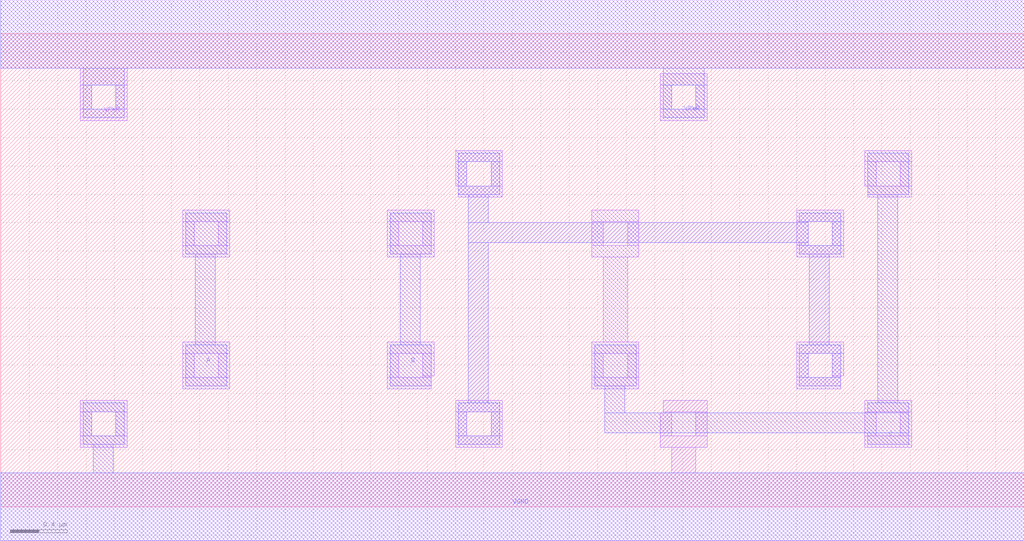
<source format=lef>
VERSION 5.7 ;
  NOWIREEXTENSIONATPIN ON ;
  DIVIDERCHAR "/" ;
  BUSBITCHARS "[]" ;
MACRO MARTIN1989
  CLASS CORE ;
  FOREIGN MARTIN1989 ;
  ORIGIN 0.000 0.000 ;
  SIZE 7.200 BY 3.330 ;
  SYMMETRY X Y R90 ;
  SITE unit ;
  PIN VPWR
    DIRECTION INOUT ;
    USE POWER ;
    SHAPE ABUTMENT ;
    PORT
      LAYER met1 ;
        RECT 0.000 3.090 7.200 3.570 ;
        RECT 0.580 2.970 0.870 3.090 ;
        RECT 0.580 2.800 0.640 2.970 ;
        RECT 0.810 2.800 0.870 2.970 ;
        RECT 0.580 2.740 0.870 2.800 ;
        RECT 4.660 2.970 4.950 3.090 ;
        RECT 4.660 2.800 4.720 2.970 ;
        RECT 4.890 2.800 4.950 2.970 ;
        RECT 4.660 2.740 4.950 2.800 ;
    END
    PORT
      LAYER li1 ;
        RECT 0.000 3.090 7.200 3.570 ;
        RECT 0.560 2.970 0.890 3.090 ;
        RECT 0.560 2.800 0.640 2.970 ;
        RECT 0.810 2.800 0.890 2.970 ;
        RECT 0.560 2.720 0.890 2.800 ;
    END
  END VPWR
  PIN VGND
    DIRECTION INOUT ;
    USE GROUND ;
    SHAPE ABUTMENT ;
    PORT
      LAYER met1 ;
        RECT 0.580 0.670 0.870 0.730 ;
        RECT 0.580 0.500 0.640 0.670 ;
        RECT 0.810 0.500 0.870 0.670 ;
        RECT 0.580 0.440 0.870 0.500 ;
        RECT 0.650 0.240 0.790 0.440 ;
        RECT 0.000 -0.240 7.200 0.240 ;
    END
    PORT
      LAYER li1 ;
        RECT 4.660 0.670 4.970 0.750 ;
        RECT 4.660 0.660 4.720 0.670 ;
        RECT 4.640 0.500 4.720 0.660 ;
        RECT 4.890 0.500 4.970 0.670 ;
        RECT 4.640 0.420 4.970 0.500 ;
        RECT 4.720 0.240 4.890 0.420 ;
        RECT 0.000 -0.240 7.200 0.240 ;
    END
  END VGND
  PIN C
    DIRECTION INOUT ;
    USE SIGNAL ;
    SHAPE ABUTMENT ;
    PORT
      LAYER met1 ;
        RECT 6.100 2.200 6.390 2.490 ;
        RECT 4.180 0.850 4.470 1.140 ;
        RECT 4.250 0.660 4.390 0.850 ;
        RECT 6.170 0.730 6.310 2.200 ;
        RECT 6.100 0.660 6.390 0.730 ;
        RECT 4.250 0.520 6.390 0.660 ;
        RECT 6.100 0.440 6.390 0.520 ;
    END
  END C
  PIN B
    DIRECTION INOUT ;
    USE SIGNAL ;
    SHAPE ABUTMENT ;
    PORT
      LAYER met1 ;
        RECT 2.740 1.780 3.030 2.070 ;
        RECT 2.810 1.140 2.950 1.780 ;
        RECT 2.740 0.850 3.030 1.140 ;
    END
  END B
  PIN A
    DIRECTION INOUT ;
    USE SIGNAL ;
    SHAPE ABUTMENT ;
    PORT
      LAYER met1 ;
        RECT 1.300 1.780 1.590 2.070 ;
        RECT 1.370 1.140 1.510 1.780 ;
        RECT 1.300 0.850 1.590 1.140 ;
    END
  END A
  OBS
      LAYER li1 ;
        RECT 4.640 2.970 4.970 3.050 ;
        RECT 4.640 2.800 4.720 2.970 ;
        RECT 4.890 2.800 4.970 2.970 ;
        RECT 4.640 2.720 4.970 2.800 ;
        RECT 3.200 2.430 3.530 2.510 ;
        RECT 3.200 2.260 3.280 2.430 ;
        RECT 3.450 2.260 3.530 2.430 ;
        RECT 6.080 2.430 6.410 2.510 ;
        RECT 6.080 2.260 6.160 2.430 ;
        RECT 6.330 2.260 6.410 2.430 ;
        RECT 3.220 2.180 3.530 2.260 ;
        RECT 6.100 2.180 6.410 2.260 ;
        RECT 1.280 2.010 1.610 2.090 ;
        RECT 1.280 1.840 1.360 2.010 ;
        RECT 1.530 1.840 1.610 2.010 ;
        RECT 1.280 1.760 1.610 1.840 ;
        RECT 2.720 2.010 3.050 2.090 ;
        RECT 2.720 1.840 2.800 2.010 ;
        RECT 2.970 1.840 3.050 2.010 ;
        RECT 2.720 1.760 3.050 1.840 ;
        RECT 4.160 2.010 4.490 2.090 ;
        RECT 4.160 1.840 4.240 2.010 ;
        RECT 4.410 1.840 4.490 2.010 ;
        RECT 4.160 1.760 4.490 1.840 ;
        RECT 5.600 2.010 5.930 2.090 ;
        RECT 5.600 1.840 5.680 2.010 ;
        RECT 5.850 1.840 5.930 2.010 ;
        RECT 5.600 1.760 5.930 1.840 ;
        RECT 4.240 1.160 4.410 1.760 ;
        RECT 1.280 1.080 1.610 1.160 ;
        RECT 1.280 0.910 1.360 1.080 ;
        RECT 1.530 0.910 1.610 1.080 ;
        RECT 1.280 0.830 1.610 0.910 ;
        RECT 2.720 1.080 3.050 1.160 ;
        RECT 2.720 0.910 2.800 1.080 ;
        RECT 2.970 0.920 3.050 1.080 ;
        RECT 4.160 1.080 4.490 1.160 ;
        RECT 2.970 0.910 3.030 0.920 ;
        RECT 2.720 0.830 3.030 0.910 ;
        RECT 4.160 0.910 4.240 1.080 ;
        RECT 4.410 0.910 4.490 1.080 ;
        RECT 4.160 0.830 4.490 0.910 ;
        RECT 5.600 1.080 5.930 1.160 ;
        RECT 5.600 0.910 5.680 1.080 ;
        RECT 5.850 0.920 5.930 1.080 ;
        RECT 5.850 0.910 5.910 0.920 ;
        RECT 5.600 0.830 5.910 0.910 ;
        RECT 0.560 0.670 0.890 0.750 ;
        RECT 0.560 0.500 0.640 0.670 ;
        RECT 0.810 0.500 0.890 0.670 ;
        RECT 0.560 0.420 0.890 0.500 ;
        RECT 3.200 0.670 3.530 0.750 ;
        RECT 3.200 0.500 3.280 0.670 ;
        RECT 3.450 0.500 3.530 0.670 ;
        RECT 3.200 0.420 3.530 0.500 ;
        RECT 6.080 0.670 6.410 0.750 ;
        RECT 6.080 0.500 6.160 0.670 ;
        RECT 6.330 0.500 6.410 0.670 ;
        RECT 6.080 0.420 6.410 0.500 ;
      LAYER met1 ;
        RECT 3.220 2.430 3.510 2.490 ;
        RECT 3.220 2.260 3.280 2.430 ;
        RECT 3.450 2.260 3.510 2.430 ;
        RECT 3.220 2.200 3.510 2.260 ;
        RECT 3.290 2.000 3.430 2.200 ;
        RECT 5.620 2.010 5.910 2.070 ;
        RECT 5.620 2.000 5.680 2.010 ;
        RECT 3.290 1.860 5.680 2.000 ;
        RECT 3.290 0.730 3.430 1.860 ;
        RECT 5.620 1.840 5.680 1.860 ;
        RECT 5.850 1.840 5.910 2.010 ;
        RECT 5.620 1.780 5.910 1.840 ;
        RECT 5.690 1.140 5.830 1.780 ;
        RECT 5.620 1.080 5.910 1.140 ;
        RECT 5.620 0.910 5.680 1.080 ;
        RECT 5.850 0.910 5.910 1.080 ;
        RECT 5.620 0.850 5.910 0.910 ;
        RECT 3.220 0.670 3.510 0.730 ;
        RECT 3.220 0.500 3.280 0.670 ;
        RECT 3.450 0.500 3.510 0.670 ;
        RECT 3.220 0.440 3.510 0.500 ;
  END
END MARTIN1989
END LIBRARY


</source>
